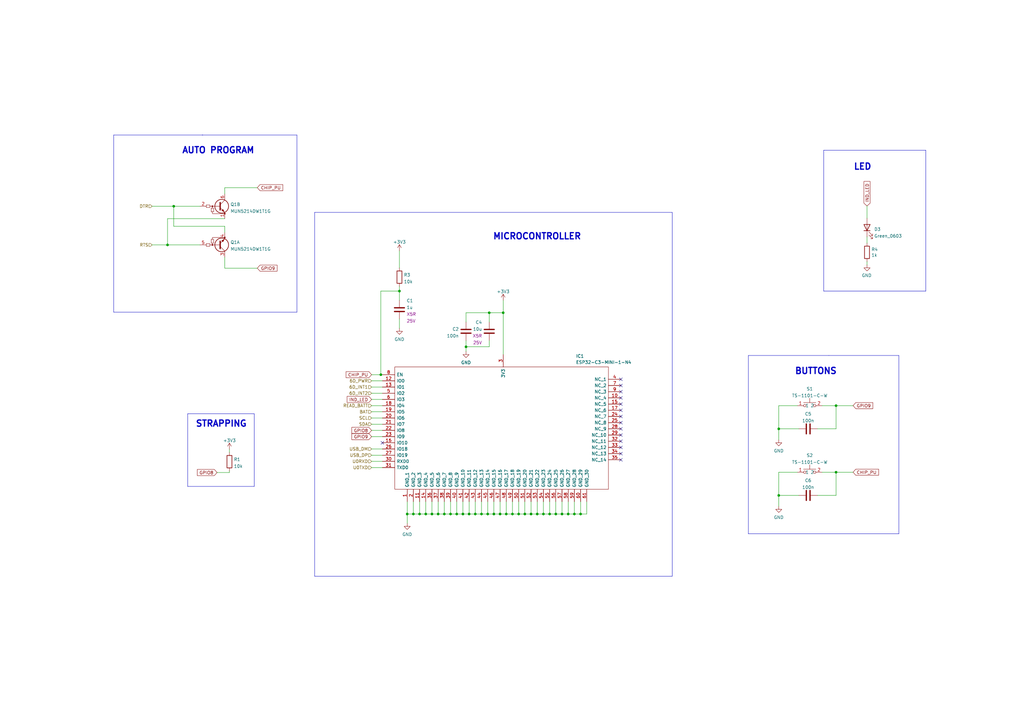
<source format=kicad_sch>
(kicad_sch (version 20230121) (generator eeschema)
  (paper "A3")
  (title_block (title "Tracer") (date "2023-01-08") (rev "G"))
  (lib_symbols
    (symbol "Button_JLC:TS-1101-C-W" (pin_names (offset 0.762))
      (property "Reference" "S" (at 19.05 7.62 0))
      (property "Value" "TS-1101-C-W" (at 19.05 5.08 0))
      (symbol "TS-1101-C-W_0_1"
        (polyline (pts (xy 8.89 3.175) (xy 8.89 4.953)))
        (polyline (pts (xy 11.43 3.175) (xy 6.35 3.175)))
        (circle (center 6.858 1.905) (radius 0.508))
        (circle (center 10.922 1.905) (radius 0.508))
        (pin passive line (at 3.81 1.905 0) (length 2.54) (name "1") (number "1"))
        (pin passive line (at 13.97 1.905 180) (length 2.54) (name "2") (number "2"))
      )
    )
    (symbol "Capacitor_JLC:100n" (pin_numbers hide) (pin_names (offset 0.254))
      (property "Reference" "C" (at 0.635 2.54 0))
      (property "Value" "100n" (at 0.635 -2.54 0))
      (symbol "100n_0_1"
        (polyline (pts (xy -2.032 -0.762) (xy 2.032 -0.762)) (stroke (width 0.508)))
        (polyline (pts (xy -2.032 0.762) (xy 2.032 0.762)) (stroke (width 0.508)))
      )
      (symbol "100n_1_1"
        (pin passive line (at 0 3.81 270) (length 2.794) (name "~") (number "1"))
        (pin passive line (at 0 -3.81 90) (length 2.794) (name "~") (number "2"))
      )
    )
    (symbol "Capacitor_JLC:10u" (pin_numbers hide) (pin_names (offset 0.254))
      (property "Reference" "C" (at 0.635 2.54 0))
      (property "Value" "10u" (at 0.635 -2.54 0))
      (property "Type" "X5R" (at 5.08 2.54 0))
      (property "Voltage" "25V" (at 5.08 0 0))
      (symbol "10u_0_1"
        (polyline (pts (xy -2.032 -0.762) (xy 2.032 -0.762)) (stroke (width 0.508)))
        (polyline (pts (xy -2.032 0.762) (xy 2.032 0.762)) (stroke (width 0.508)))
      )
      (symbol "10u_1_1"
        (pin passive line (at 0 3.81 270) (length 2.794) (name "~") (number "1"))
        (pin passive line (at 0 -3.81 90) (length 2.794) (name "~") (number "2"))
      )
    )
    (symbol "Capacitor_JLC:1u" (pin_numbers hide) (pin_names (offset 0.254))
      (property "Reference" "C" (at 0.635 2.54 0))
      (property "Value" "1u" (at 0.635 -2.54 0))
      (property "Type" "X5R" (at 5.08 2.54 0))
      (property "Voltage" "25V" (at 5.08 0 0))
      (symbol "1u_0_1"
        (polyline (pts (xy -2.032 -0.762) (xy 2.032 -0.762)) (stroke (width 0.508)))
        (polyline (pts (xy -2.032 0.762) (xy 2.032 0.762)) (stroke (width 0.508)))
      )
      (symbol "1u_1_1"
        (pin passive line (at 0 3.81 270) (length 2.794) (name "~") (number "1"))
        (pin passive line (at 0 -3.81 90) (length 2.794) (name "~") (number "2"))
      )
    )
    (symbol "Diode_JLC:Green_0603" (pin_numbers hide) (pin_names (offset 1.016) hide)
      (property "Reference" "D" (at 0 5.08 0))
      (property "Value" "Green_0603" (at 0 3.175 0))
      (symbol "Green_0603_0_1"
        (polyline (pts (xy -1.27 -1.27) (xy -1.27 1.27)) (stroke (width 0.254)))
        (polyline (pts (xy -1.27 0) (xy 1.27 0)))
        (polyline (pts (xy 1.27 -1.27) (xy 1.27 1.27) (xy -1.27 0) (xy 1.27 -1.27)) (stroke (width 0.254)))
        (polyline (pts (xy -3.048 -0.762) (xy -4.572 -2.286) (xy -3.81 -2.286) (xy -4.572 -2.286) (xy -4.572 -1.524)))
        (polyline (pts (xy -1.778 -0.762) (xy -3.302 -2.286) (xy -2.54 -2.286) (xy -3.302 -2.286) (xy -3.302 -1.524)))
      )
      (symbol "Green_0603_1_1"
        (pin passive line (at -3.81 0 0) (length 2.54) (name "K") (number "1"))
        (pin passive line (at 3.81 0 180) (length 2.54) (name "A") (number "2"))
      )
    )
    (symbol "MCU_JLC:ESP32-C3-MINI-1-N4" (pin_names (offset 0.762))
      (property "Reference" "IC" (at 29.21 7.62 0))
      (property "Value" "ESP32-C3-MINI-1-N4" (at 29.21 5.08 0))
      (symbol "ESP32-C3-MINI-1-N4_0_0"
        (pin passive line (at -72.39 -38.1 90) (length 5.08) (name "GND_1") (number "1"))
        (pin passive line (at 15.24 4.445 180) (length 5.08) (name "NC_4") (number "10"))
        (pin passive line (at -67.31 -38.1 90) (length 5.08) (name "GND_3") (number "11"))
        (pin passive line (at -82.55 11.43 0) (length 5.08) (name "IO0") (number "12"))
        (pin passive line (at -82.55 8.89 0) (length 5.08) (name "IO1") (number "13"))
        (pin passive line (at -64.77 -38.1 90) (length 5.08) (name "GND_4") (number "14"))
        (pin passive line (at 15.24 1.905 180) (length 5.08) (name "NC_5") (number "15"))
        (pin passive line (at -82.55 -13.97 0) (length 5.08) (name "IO10") (number "16"))
        (pin passive line (at 15.24 -0.635 180) (length 5.08) (name "NC_6") (number "17"))
        (pin passive line (at -82.55 1.27 0) (length 5.08) (name "IO4") (number "18"))
        (pin passive line (at -82.55 -1.27 0) (length 5.08) (name "IO5") (number "19"))
        (pin passive line (at -69.85 -38.1 90) (length 5.08) (name "GND_2") (number "2"))
        (pin passive line (at -82.55 -3.81 0) (length 5.08) (name "IO6") (number "20"))
        (pin passive line (at -82.55 -6.35 0) (length 5.08) (name "IO7") (number "21"))
        (pin passive line (at -82.55 -8.89 0) (length 5.08) (name "IO8") (number "22"))
        (pin passive line (at -82.55 -11.43 0) (length 5.08) (name "IO9") (number "23"))
        (pin passive line (at 15.24 -3.175 180) (length 5.08) (name "NC_7") (number "24"))
        (pin passive line (at 15.24 -5.715 180) (length 5.08) (name "NC_8") (number "25"))
        (pin passive line (at -82.55 -16.51 0) (length 5.08) (name "IO18") (number "26"))
        (pin passive line (at -82.55 -19.05 0) (length 5.08) (name "IO19") (number "27"))
        (pin passive line (at 15.24 -8.255 180) (length 5.08) (name "NC_9") (number "28"))
        (pin passive line (at 15.24 -10.795 180) (length 5.08) (name "NC_10") (number "29"))
        (pin passive line (at -33.02 22.225 270) (length 5.08) (name "3V3") (number "3"))
        (pin passive line (at -82.55 -21.59 0) (length 5.08) (name "RXD0") (number "30"))
        (pin passive line (at -82.55 -24.13 0) (length 5.08) (name "TXD0") (number "31"))
        (pin passive line (at 15.24 -13.335 180) (length 5.08) (name "NC_11") (number "32"))
        (pin passive line (at 15.24 -15.875 180) (length 5.08) (name "NC_12") (number "33"))
        (pin passive line (at 15.24 -18.415 180) (length 5.08) (name "NC_13") (number "34"))
        (pin passive line (at 15.24 -20.955 180) (length 5.08) (name "NC_14") (number "35"))
        (pin passive line (at -62.23 -38.1 90) (length 5.08) (name "GND_5") (number "36"))
        (pin passive line (at -59.69 -38.1 90) (length 5.08) (name "GND_6") (number "37"))
        (pin passive line (at -57.15 -38.1 90) (length 5.08) (name "GND_7") (number "38"))
        (pin passive line (at -54.61 -38.1 90) (length 5.08) (name "GND_8") (number "39"))
        (pin passive line (at 15.24 12.065 180) (length 5.08) (name "NC_1") (number "4"))
        (pin passive line (at -52.07 -38.1 90) (length 5.08) (name "GND_9") (number "40"))
        (pin passive line (at -49.53 -38.1 90) (length 5.08) (name "GND_10") (number "41"))
        (pin passive line (at -46.99 -38.1 90) (length 5.08) (name "GND_11") (number "42"))
        (pin passive line (at -44.45 -38.1 90) (length 5.08) (name "GND_12") (number "43"))
        (pin passive line (at -41.91 -38.1 90) (length 5.08) (name "GND_13") (number "44"))
        (pin passive line (at -39.37 -38.1 90) (length 5.08) (name "GND_14") (number "45"))
        (pin passive line (at -36.83 -38.1 90) (length 5.08) (name "GND_15") (number "46"))
        (pin passive line (at -34.29 -38.1 90) (length 5.08) (name "GND_16") (number "47"))
        (pin passive line (at -31.75 -38.1 90) (length 5.08) (name "GND_17") (number "48"))
        (pin passive line (at -29.21 -38.1 90) (length 5.08) (name "GND_18") (number "49"))
        (pin passive line (at -82.55 6.35 0) (length 5.08) (name "IO2") (number "5"))
        (pin passive line (at -26.67 -38.1 90) (length 5.08) (name "GND_19") (number "50"))
        (pin passive line (at -24.13 -38.1 90) (length 5.08) (name "GND_20") (number "51"))
        (pin passive line (at -21.59 -38.1 90) (length 5.08) (name "GND_21") (number "52"))
        (pin passive line (at -19.05 -38.1 90) (length 5.08) (name "GND_22") (number "53"))
        (pin passive line (at -16.51 -38.1 90) (length 5.08) (name "GND_23") (number "54"))
        (pin passive line (at -13.97 -38.1 90) (length 5.08) (name "GND_24") (number "55"))
        (pin passive line (at -11.43 -38.1 90) (length 5.08) (name "GND_25") (number "56"))
        (pin passive line (at -8.89 -38.1 90) (length 5.08) (name "GND_26") (number "57"))
        (pin passive line (at -6.35 -38.1 90) (length 5.08) (name "GND_27") (number "58"))
        (pin passive line (at -3.81 -38.1 90) (length 5.08) (name "GND_28") (number "59"))
        (pin passive line (at -82.55 3.81 0) (length 5.08) (name "IO3") (number "6"))
        (pin passive line (at -1.27 -38.1 90) (length 5.08) (name "GND_29") (number "60"))
        (pin passive line (at 1.27 -38.1 90) (length 5.08) (name "GND_30") (number "61"))
        (pin passive line (at 15.24 9.525 180) (length 5.08) (name "NC_2") (number "7"))
        (pin passive line (at -82.55 13.97 0) (length 5.08) (name "EN") (number "8"))
        (pin passive line (at 15.24 6.985 180) (length 5.08) (name "NC_3") (number "9"))
      )
      (symbol "ESP32-C3-MINI-1-N4_0_1"
        (polyline (pts (xy -77.47 17.145) (xy 10.16 17.145) (xy 10.16 -33.02) (xy -77.47 -33.02) (xy -77.47 17.145)) (stroke (width 0.1524)))
      )
    )
    (symbol "Resistor_JLC:10k" (pin_numbers hide) (pin_names (offset 0))
      (property "Reference" "R" (at 2.032 0 90))
      (property "Value" "10k" (at 0 0 90))
      (symbol "10k_0_1"
        (rectangle (start -1.016 -2.54) (end 1.016 2.54) (stroke (width 0.254)))
      )
      (symbol "10k_1_1"
        (pin passive line (at 0 3.81 270) (length 1.27) (name "~") (number "1"))
        (pin passive line (at 0 -3.81 90) (length 1.27) (name "~") (number "2"))
      )
    )
    (symbol "Resistor_JLC:1k" (pin_numbers hide) (pin_names (offset 0))
      (property "Reference" "R" (at 2.032 0 90))
      (property "Value" "1k" (at 0 0 90))
      (symbol "1k_0_1"
        (rectangle (start -1.016 -2.54) (end 1.016 2.54) (stroke (width 0.254)))
      )
      (symbol "1k_1_1"
        (pin passive line (at 0 3.81 270) (length 1.27) (name "~") (number "1"))
        (pin passive line (at 0 -3.81 90) (length 1.27) (name "~") (number "2"))
      )
    )
    (symbol "Transistor_JLC:MUN5214DW1T1G" (pin_names hide)
      (property "Reference" "Q" (at 3.81 1.27 0))
      (property "Value" "MUN5214DW1T1G" (at 3.81 -1.27 0))
      (symbol "MUN5214DW1T1G_0_1"
        (rectangle (start -6.35 0.508) (end -4.826 -0.508))
        (rectangle (start -4.318 -2.286) (end -3.302 -0.762))
        (circle (center -3.81 0) (radius 0.254) (fill (type outline)))
        (polyline (pts (xy -3.81 -0.762) (xy -3.81 0)))
        (polyline (pts (xy -0.762 0) (xy -4.826 0)))
        (polyline (pts (xy -0.635 1.524) (xy -0.635 -1.524)) (stroke (width 0.508)))
        (polyline (pts (xy -3.81 -2.286) (xy -3.81 -3.048) (xy 1.27 -3.048)))
        (circle (center 1.27 -3.048) (radius 0.254) (fill (type outline)))
      )
      (symbol "MUN5214DW1T1G_1_1"
        (polyline (pts (xy -0.635 0.635) (xy 1.27 2.54)))
        (polyline (pts (xy -0.635 -0.635) (xy 1.27 -2.54) (xy 1.27 -2.54)))
        (polyline (pts (xy 0 -1.778) (xy 0.508 -1.27) (xy 1.016 -2.286) (xy 0 -1.778) (xy 0 -1.778)) (fill (type outline)))
        (circle (center 0 0) (radius 2.8194) (stroke (width 0.254)))
        (pin passive line (at 1.27 5.08 270) (length 2.54) (name "C1") (number "3"))
        (pin passive line (at 1.27 -5.08 90) (length 2.54) (name "E1") (number "4"))
        (pin input line (at -8.89 0 0) (length 2.54) (name "B1") (number "5"))
      )
      (symbol "MUN5214DW1T1G_2_1"
        (polyline (pts (xy -0.635 0.635) (xy 1.27 2.54)))
        (polyline (pts (xy -0.635 -0.635) (xy 1.27 -2.54) (xy 1.27 -2.54)))
        (polyline (pts (xy 0 -1.778) (xy 0.508 -1.27) (xy 1.016 -2.286) (xy 0 -1.778) (xy 0 -1.778)) (fill (type outline)))
        (circle (center 0 0) (radius 2.8194) (stroke (width 0.254)))
        (pin passive line (at 1.27 -5.08 90) (length 2.54) (name "E2") (number "1"))
        (pin input line (at -8.89 0 0) (length 2.54) (name "B2") (number "2"))
        (pin passive line (at 1.27 5.08 270) (length 2.54) (name "C2") (number "6"))
      )
    )
    (symbol "power:+3V3" (power) (pin_names (offset 0))
      (property "Value" "+3V3" (at 0 3.556 0))
      (symbol "+3V3_0_1"
        (polyline (pts (xy -0.762 1.27) (xy 0 2.54)))
        (polyline (pts (xy 0 0) (xy 0 2.54)))
        (polyline (pts (xy 0 2.54) (xy 0.762 1.27)))
      )
      (symbol "+3V3_1_1"
        (pin power_in line (at 0 0 90) (length 0) hide (name "+3V3") (number "1"))
      )
    )
    (symbol "power:GND" (power) (pin_names (offset 0))
      (property "Value" "GND" (at 0 -3.81 0))
      (symbol "GND_0_1"
        (polyline (pts (xy 0 0) (xy 0 -1.27) (xy 1.27 -1.27) (xy 0 -2.54) (xy -1.27 -1.27) (xy 0 -1.27)))
      )
      (symbol "GND_1_1"
        (pin power_in line (at 0 0 270) (length 0) hide (name "GND") (number "1"))
      )
    )
  )
  (junction (at 227.965 210.82))
  (junction (at 202.565 210.82))
  (junction (at 156.21 153.67))
  (junction (at 194.945 210.82))
  (junction (at 192.405 210.82))
  (junction (at 189.865 210.82))
  (junction (at 68.707 100.457))
  (junction (at 222.885 210.82))
  (junction (at 235.585 210.82))
  (junction (at 238.125 210.82))
  (junction (at 184.785 210.82))
  (junction (at 217.805 210.82))
  (junction (at 191.135 142.24))
  (junction (at 233.045 210.82))
  (junction (at 319.405 175.895))
  (junction (at 179.705 210.82))
  (junction (at 172.085 210.82))
  (junction (at 174.625 210.82))
  (junction (at 230.505 210.82))
  (junction (at 197.485 210.82))
  (junction (at 205.105 210.82))
  (junction (at 225.425 210.82))
  (junction (at 220.345 210.82))
  (junction (at 342.9 166.37))
  (junction (at 169.545 210.82))
  (junction (at 212.725 210.82))
  (junction (at 163.83 119.38))
  (junction (at 200.025 210.82))
  (junction (at 206.375 128.27))
  (junction (at 182.245 210.82))
  (junction (at 215.265 210.82))
  (junction (at 71.247 84.582))
  (junction (at 200.66 128.27))
  (junction (at 210.185 210.82))
  (junction (at 342.9 193.675))
  (junction (at 167.005 210.82))
  (junction (at 207.645 210.82))
  (junction (at 177.165 210.82))
  (junction (at 319.405 203.2))
  (junction (at 187.325 210.82))
  (no_connect (at 254.635 186.055))
  (no_connect (at 254.635 188.595))
  (no_connect (at 254.635 158.115))
  (no_connect (at 254.635 160.655))
  (no_connect (at 254.635 163.195))
  (no_connect (at 254.635 165.735))
  (no_connect (at 254.635 178.435))
  (no_connect (at 254.635 170.815))
  (no_connect (at 254.635 183.515))
  (no_connect (at 254.635 175.895))
  (no_connect (at 254.635 173.355))
  (no_connect (at 254.635 180.975))
  (no_connect (at 156.845 181.61))
  (no_connect (at 254.635 168.275))
  (no_connect (at 254.635 155.575))
  (wire (pts (xy 62.357 84.582) (xy 71.247 84.582)))
  (wire (pts (xy 174.625 205.74) (xy 174.625 210.82)))
  (wire (pts (xy 355.6 107.315) (xy 355.6 108.585)))
  (wire (pts (xy 191.135 128.27) (xy 200.66 128.27)))
  (wire (pts (xy 184.785 205.74) (xy 184.785 210.82)))
  (wire (pts (xy 94.107 184.277) (xy 94.107 185.547)))
  (polyline (pts (xy 379.73 119.38) (xy 337.82 119.38)))
  (wire (pts (xy 342.9 166.37) (xy 349.885 166.37)))
  (wire (pts (xy 177.165 210.82) (xy 179.705 210.82)))
  (wire (pts (xy 163.83 130.81) (xy 163.83 134.62)))
  (wire (pts (xy 182.245 205.74) (xy 182.245 210.82)))
  (wire (pts (xy 152.4 168.91) (xy 156.845 168.91)))
  (wire (pts (xy 169.545 210.82) (xy 172.085 210.82)))
  (wire (pts (xy 227.965 205.74) (xy 227.965 210.82)))
  (polyline (pts (xy 337.82 119.38) (xy 337.82 61.595)))
  (wire (pts (xy 319.405 175.895) (xy 319.405 180.34)))
  (polyline (pts (xy 46.609 55.372) (xy 83.185 55.372)))
  (wire (pts (xy 230.505 205.74) (xy 230.505 210.82)))
  (wire (pts (xy 169.545 205.74) (xy 169.545 210.82)))
  (wire (pts (xy 327.025 166.37) (xy 319.405 166.37)))
  (wire (pts (xy 152.4 186.69) (xy 156.845 186.69)))
  (wire (pts (xy 179.705 210.82) (xy 182.245 210.82)))
  (wire (pts (xy 238.125 210.82) (xy 240.665 210.82)))
  (wire (pts (xy 177.165 205.74) (xy 177.165 210.82)))
  (polyline (pts (xy 76.962 169.672) (xy 104.267 169.672)))
  (wire (pts (xy 182.245 210.82) (xy 184.785 210.82)))
  (wire (pts (xy 192.405 210.82) (xy 194.945 210.82)))
  (polyline (pts (xy 275.717 87.122) (xy 275.717 236.347)))
  (wire (pts (xy 207.645 210.82) (xy 210.185 210.82)))
  (wire (pts (xy 92.202 76.962) (xy 105.537 76.962)))
  (wire (pts (xy 187.325 205.74) (xy 187.325 210.82)))
  (wire (pts (xy 235.585 205.74) (xy 235.585 210.82)))
  (wire (pts (xy 215.265 210.82) (xy 217.805 210.82)))
  (wire (pts (xy 192.405 205.74) (xy 192.405 210.82)))
  (wire (pts (xy 92.202 89.662) (xy 68.707 89.662)))
  (polyline (pts (xy 368.681 145.796) (xy 368.681 218.948)))
  (wire (pts (xy 319.405 203.2) (xy 327.66 203.2)))
  (wire (pts (xy 225.425 210.82) (xy 227.965 210.82)))
  (wire (pts (xy 220.345 210.82) (xy 222.885 210.82)))
  (polyline (pts (xy 339.979 145.796) (xy 368.681 145.796)))
  (wire (pts (xy 200.025 205.74) (xy 200.025 210.82)))
  (polyline (pts (xy 306.959 145.796) (xy 339.979 145.796)))
  (wire (pts (xy 152.4 163.83) (xy 156.845 163.83)))
  (wire (pts (xy 200.66 128.27) (xy 206.375 128.27)))
  (wire (pts (xy 337.185 193.675) (xy 342.9 193.675)))
  (wire (pts (xy 191.135 139.7) (xy 191.135 142.24)))
  (polyline (pts (xy 129.032 87.122) (xy 275.717 87.122)))
  (polyline (pts (xy 76.962 199.517) (xy 76.962 169.672)))
  (wire (pts (xy 206.375 128.27) (xy 206.375 145.415)))
  (polyline (pts (xy 379.73 61.595) (xy 379.73 119.38)))
  (wire (pts (xy 240.665 205.74) (xy 240.665 210.82)))
  (wire (pts (xy 319.405 193.675) (xy 319.405 203.2)))
  (wire (pts (xy 152.4 191.77) (xy 156.845 191.77)))
  (wire (pts (xy 179.705 205.74) (xy 179.705 210.82)))
  (wire (pts (xy 68.707 89.662) (xy 68.707 100.457)))
  (polyline (pts (xy 121.793 128.016) (xy 46.609 128.016)))
  (wire (pts (xy 210.185 205.74) (xy 210.185 210.82)))
  (wire (pts (xy 169.545 210.82) (xy 167.005 210.82)))
  (wire (pts (xy 167.005 210.82) (xy 167.005 205.74)))
  (wire (pts (xy 62.357 100.457) (xy 68.707 100.457)))
  (polyline (pts (xy 104.267 199.517) (xy 76.962 199.517)))
  (wire (pts (xy 355.6 84.455) (xy 355.6 89.535)))
  (wire (pts (xy 94.107 193.802) (xy 94.107 193.167)))
  (polyline (pts (xy 129.032 236.347) (xy 129.032 87.122)))
  (wire (pts (xy 319.405 175.895) (xy 327.66 175.895)))
  (wire (pts (xy 163.83 117.475) (xy 163.83 119.38)))
  (polyline (pts (xy 337.82 61.595) (xy 379.73 61.595)))
  (wire (pts (xy 172.085 210.82) (xy 174.625 210.82)))
  (wire (pts (xy 233.045 210.82) (xy 235.585 210.82)))
  (wire (pts (xy 220.345 205.74) (xy 220.345 210.82)))
  (wire (pts (xy 200.025 210.82) (xy 202.565 210.82)))
  (wire (pts (xy 337.185 166.37) (xy 342.9 166.37)))
  (wire (pts (xy 194.945 210.82) (xy 197.485 210.82)))
  (wire (pts (xy 217.805 210.82) (xy 220.345 210.82)))
  (wire (pts (xy 152.4 184.15) (xy 156.845 184.15)))
  (wire (pts (xy 152.4 171.45) (xy 156.845 171.45)))
  (wire (pts (xy 191.135 144.145) (xy 191.135 142.24)))
  (wire (pts (xy 189.865 205.74) (xy 189.865 210.82)))
  (wire (pts (xy 342.9 193.675) (xy 342.9 203.2)))
  (wire (pts (xy 174.625 210.82) (xy 177.165 210.82)))
  (wire (pts (xy 230.505 210.82) (xy 233.045 210.82)))
  (polyline (pts (xy 368.681 218.948) (xy 306.959 218.948)))
  (wire (pts (xy 156.21 119.38) (xy 156.21 153.67)))
  (wire (pts (xy 205.105 210.82) (xy 207.645 210.82)))
  (wire (pts (xy 189.865 210.82) (xy 192.405 210.82)))
  (wire (pts (xy 163.83 119.38) (xy 156.21 119.38)))
  (wire (pts (xy 71.247 84.582) (xy 82.042 84.582)))
  (wire (pts (xy 92.202 92.837) (xy 92.202 95.377)))
  (wire (pts (xy 152.4 173.99) (xy 156.845 173.99)))
  (wire (pts (xy 152.4 153.67) (xy 156.21 153.67)))
  (wire (pts (xy 156.21 153.67) (xy 156.845 153.67)))
  (wire (pts (xy 71.247 92.837) (xy 71.247 84.582)))
  (wire (pts (xy 319.405 166.37) (xy 319.405 175.895)))
  (wire (pts (xy 187.325 210.82) (xy 189.865 210.82)))
  (wire (pts (xy 342.9 166.37) (xy 342.9 175.895)))
  (wire (pts (xy 342.9 193.675) (xy 349.885 193.675)))
  (wire (pts (xy 163.83 102.87) (xy 163.83 109.855)))
  (wire (pts (xy 92.202 109.982) (xy 92.202 105.537)))
  (wire (pts (xy 225.425 205.74) (xy 225.425 210.82)))
  (wire (pts (xy 355.6 97.155) (xy 355.6 99.695)))
  (wire (pts (xy 197.485 205.74) (xy 197.485 210.82)))
  (wire (pts (xy 152.4 156.21) (xy 156.845 156.21)))
  (wire (pts (xy 152.4 161.29) (xy 156.845 161.29)))
  (wire (pts (xy 205.105 205.74) (xy 205.105 210.82)))
  (wire (pts (xy 202.565 210.82) (xy 205.105 210.82)))
  (wire (pts (xy 238.125 205.74) (xy 238.125 210.82)))
  (wire (pts (xy 152.4 166.37) (xy 156.845 166.37)))
  (wire (pts (xy 212.725 205.74) (xy 212.725 210.82)))
  (wire (pts (xy 319.405 203.2) (xy 319.405 207.645)))
  (wire (pts (xy 342.9 203.2) (xy 335.28 203.2)))
  (wire (pts (xy 222.885 210.82) (xy 225.425 210.82)))
  (wire (pts (xy 152.4 189.23) (xy 156.845 189.23)))
  (polyline (pts (xy 82.931 55.372) (xy 121.793 55.372)))
  (wire (pts (xy 191.135 142.24) (xy 200.66 142.24)))
  (wire (pts (xy 222.885 205.74) (xy 222.885 210.82)))
  (wire (pts (xy 89.027 193.802) (xy 94.107 193.802)))
  (wire (pts (xy 233.045 205.74) (xy 233.045 210.82)))
  (wire (pts (xy 227.965 210.82) (xy 230.505 210.82)))
  (polyline (pts (xy 275.717 236.347) (xy 129.032 236.347)))
  (polyline (pts (xy 46.609 128.016) (xy 46.609 55.372)))
  (polyline (pts (xy 104.267 169.672) (xy 104.267 199.517)))
  (wire (pts (xy 210.185 210.82) (xy 212.725 210.82)))
  (wire (pts (xy 212.725 210.82) (xy 215.265 210.82)))
  (wire (pts (xy 92.202 79.502) (xy 92.202 76.962)))
  (wire (pts (xy 163.83 119.38) (xy 163.83 123.19)))
  (wire (pts (xy 92.202 109.982) (xy 105.537 109.982)))
  (wire (pts (xy 92.202 92.837) (xy 71.247 92.837)))
  (polyline (pts (xy 306.959 218.948) (xy 306.959 145.796)))
  (wire (pts (xy 200.66 132.08) (xy 200.66 128.27)))
  (wire (pts (xy 68.707 100.457) (xy 82.042 100.457)))
  (wire (pts (xy 172.085 205.74) (xy 172.085 210.82)))
  (wire (pts (xy 152.4 179.07) (xy 156.845 179.07)))
  (wire (pts (xy 235.585 210.82) (xy 238.125 210.82)))
  (wire (pts (xy 191.135 132.08) (xy 191.135 128.27)))
  (wire (pts (xy 207.645 205.74) (xy 207.645 210.82)))
  (wire (pts (xy 197.485 210.82) (xy 200.025 210.82)))
  (wire (pts (xy 206.375 123.19) (xy 206.375 128.27)))
  (wire (pts (xy 342.9 175.895) (xy 335.28 175.895)))
  (wire (pts (xy 194.945 205.74) (xy 194.945 210.82)))
  (wire (pts (xy 217.805 205.74) (xy 217.805 210.82)))
  (wire (pts (xy 215.265 205.74) (xy 215.265 210.82)))
  (polyline (pts (xy 121.793 55.372) (xy 121.793 128.016)))
  (wire (pts (xy 202.565 205.74) (xy 202.565 210.82)))
  (wire (pts (xy 152.4 158.75) (xy 156.845 158.75)))
  (wire (pts (xy 152.4 176.53) (xy 156.845 176.53)))
  (wire (pts (xy 327.025 193.675) (xy 319.405 193.675)))
  (wire (pts (xy 200.66 139.7) (xy 200.66 142.24)))
  (wire (pts (xy 167.005 210.82) (xy 167.005 214.63)))
  (wire (pts (xy 184.785 210.82) (xy 187.325 210.82)))
  (text "MICROCONTROLLER" (at 202.057 98.552 0) (effects (font (size 2.54 2.54) (thickness 0.508) bold) (justify left bottom)))
  (text "LED" (at 350.012 69.977 0) (effects (font (size 2.54 2.54) (thickness 0.508) bold) (justify left bottom)))
  (text "AUTO PROGRAM" (at 74.549 63.246 0) (effects (font (size 2.54 2.54) (thickness 0.508) bold) (justify left bottom)))
  (text "BUTTONS" (at 325.882 153.797 0) (effects (font (size 2.54 2.54) (thickness 0.508) bold) (justify left bottom)))
  (text "STRAPPING" (at 80.137 175.387 0) (effects (font (size 2.54 2.54) (thickness 0.508) bold) (justify left bottom)))
  (global_label "IND_LED" (shape input) (at 152.4 163.83 180) (property "Intersheetrefs" "${INTERSHEET_REFS}" (effects hide)))
  (global_label "CHIP_PU" (shape input) (at 152.4 153.67 180) (property "Intersheetrefs" "${INTERSHEET_REFS}" (effects hide)))
  (global_label "IND_LED" (shape input) (at 355.6 84.455 90) (property "Intersheetrefs" "${INTERSHEET_REFS}" (effects hide)))
  (global_label "GPIO9" (shape input) (at 105.537 109.982 0) (property "Intersheetrefs" "${INTERSHEET_REFS}" (effects hide)))
  (global_label "GPIO9" (shape input) (at 152.4 179.07 180) (property "Intersheetrefs" "${INTERSHEET_REFS}" (effects hide)))
  (global_label "GPIO8" (shape input) (at 152.4 176.53 180) (property "Intersheetrefs" "${INTERSHEET_REFS}" (effects hide)))
  (global_label "GPIO8" (shape input) (at 89.027 193.802 180) (property "Intersheetrefs" "${INTERSHEET_REFS}" (effects hide)))
  (global_label "CHIP_PU" (shape input) (at 105.537 76.962 0) (property "Intersheetrefs" "${INTERSHEET_REFS}" (effects hide)))
  (global_label "GPIO9" (shape input) (at 349.885 166.37 0) (property "Intersheetrefs" "${INTERSHEET_REFS}" (effects hide)))
  (global_label "CHIP_PU" (shape input) (at 349.885 193.675 0) (property "Intersheetrefs" "${INTERSHEET_REFS}" (effects hide)))
  (hierarchical_label "U0TXD" (shape input) (at 152.4 191.77 180))
  (hierarchical_label "DTR" (shape input) (at 62.357 84.582 180))
  (hierarchical_label "RTS" (shape input) (at 62.357 100.457 180))
  (hierarchical_label "USB_DP" (shape input) (at 152.4 186.69 180))
  (hierarchical_label "BAT" (shape input) (at 152.4 168.91 180))
  (hierarchical_label "6D_INT2" (shape input) (at 152.4 161.29 180))
  (hierarchical_label "SDA" (shape input) (at 152.4 173.99 180))
  (hierarchical_label "6D_INT1" (shape input) (at 152.4 158.75 180))
  (hierarchical_label "6D_PWR" (shape input) (at 152.4 156.21 180))
  (hierarchical_label "SCL" (shape input) (at 152.4 171.45 180))
  (hierarchical_label "U0RXD" (shape input) (at 152.4 189.23 180))
  (hierarchical_label "READ_BATT" (shape input) (at 152.4 166.37 180))
  (hierarchical_label "USB_DM" (shape input) (at 152.4 184.15 180))
  (symbol (lib_id "Capacitor_JLC:10u") (at 200.66 135.89 0) (mirror y) (unit 1)
    (property "Reference" "C4" (at 197.739 132.2064 0) (effects (justify left)))
    (property "Value" "10u" (at 197.739 134.9815 0) (effects (justify left)))
    (property "Footprint" "Capacitor_SMD:C_0805_2012Metric" (effects hide))
    (property "Type" "X5R" (at 197.739 137.7566 0) (effects (justify left)))
    (property "LCSC" "C15850" (effects hide))
    (property "Voltage" "25V" (at 197.739 140.5317 0) (effects (justify left)))
  )
  (symbol (lib_id "MCU_JLC:ESP32-C3-MINI-1-N4") (at 239.395 167.64 0) (unit 1)
    (property "Reference" "IC1" (at 236.22 146.05 0) (effects (justify left)))
    (property "Value" "ESP32-C3-MINI-1-N4" (at 236.22 148.59 0) (effects (justify left)))
    (property "Footprint" "ESP32C3MINI1N4" (effects hide))
    (property "Datasheet" "https://www.mouser.com/datasheet/2/891/Espressif_ESP32_C3_MINI_1_Datasheet-2006822.pdf" (effects hide))
    (property "Description" "SMD MODULE, ESP32-C3FN4, PCB ANT" (effects hide))
    (property "Height" "2.55" (effects hide))
    (property "Manufacturer_Name" "Espressif Systems" (effects hide))
    (property "Manufacturer_Part_Number" "ESP32-C3-MINI-1-N4" (effects hide))
    (property "Mouser Part Number" "356-ESP32-C3-MINI1N4" (effects hide))
    (property "Mouser Price/Stock" "https://www.mouser.co.uk/ProductDetail/Espressif-Systems/ESP32-C3-MINI-1-N4?qs=stqOd1AaK7%252B%2FpH3qqyGehA%3D%3D" (effects hide))
    (property "LCSC" "C2838502" (effects hide))
  )
  (symbol (lib_id "Capacitor_JLC:100n") (at 191.135 135.89 0) (mirror y) (unit 1)
    (property "Reference" "C2" (at 188.214 134.9815 0) (effects (justify left)))
    (property "Value" "100n" (at 188.214 137.7566 0) (effects (justify left)))
    (property "Footprint" "Capacitor_SMD:C_0402_1005Metric" (effects hide))
    (property "Type" "X7R" (effects hide))
    (property "LCSC" "C307331" (effects hide))
  )
  (symbol (lib_id "Resistor_JLC:10k") (at 163.83 113.665 0) (unit 1)
    (property "Reference" "R3" (at 165.608 112.7565 0) (effects (justify left)))
    (property "Value" "10k" (at 165.608 115.5316 0) (effects (justify left)))
    (property "Footprint" "Resistor_SMD:R_0402_1005Metric" (effects hide))
    (property "LCSC" "C25744" (effects hide))
  )
  (symbol (lib_id "Transistor_JLC:MUN5214DW1T1G") (at 90.932 84.582 0) (unit 2)
    (property "Reference" "Q1" (at 94.5134 83.8513 0) (effects (justify left)))
    (property "Value" "MUN5214DW1T1G" (at 94.5134 86.6264 0) (effects (justify left)))
    (property "Footprint" "Package_TO_SOT_SMD:SOT-363_SC-70-6" (effects hide))
    (property "Datasheet" "http://www.onsemi.com/pub/Collateral/DTC114ED-D.PDF" (effects hide))
    (property "LCSC" "C94403" (effects hide))
  )
  (symbol (lib_id "power:GND") (at 319.405 180.34 0) (unit 1)
    (property "Reference" "#PWR0108" (effects hide))
    (property "Value" "GND" (at 319.405 184.9025 0))
  )
  (symbol (lib_id "Capacitor_JLC:100n") (at 331.47 203.2 90) (unit 1)
    (property "Reference" "C6" (at 331.47 197.0745 90))
    (property "Value" "100n" (at 331.47 199.8496 90))
    (property "Footprint" "Capacitor_SMD:C_0402_1005Metric" (effects hide))
    (property "Type" "X7R" (effects hide))
    (property "LCSC" "C307331" (effects hide))
  )
  (symbol (lib_id "power:+3V3") (at 206.375 123.19 0) (mirror y) (unit 1)
    (property "Reference" "#PWR0107" (effects hide))
    (property "Value" "+3V3" (at 206.375 119.5855 0))
  )
  (symbol (lib_id "power:GND") (at 167.005 214.63 0) (unit 1)
    (property "Reference" "#PWR0105" (effects hide))
    (property "Value" "GND" (at 167.005 219.1925 0))
  )
  (symbol (lib_id "Resistor_JLC:1k") (at 355.6 103.505 0) (unit 1)
    (property "Reference" "R4" (at 357.378 102.3366 0) (effects (justify left)))
    (property "Value" "1k" (at 357.378 104.648 0) (effects (justify left)))
    (property "Footprint" "Resistor_SMD:R_0402_1005Metric" (effects hide))
    (property "LCSC" "C11702" (effects hide))
  )
  (symbol (lib_id "power:GND") (at 355.6 108.585 0) (mirror y) (unit 1)
    (property "Reference" "#PWR0110" (effects hide))
    (property "Value" "GND" (at 355.473 112.9792 0))
  )
  (symbol (lib_id "Button_JLC:TS-1101-C-W") (at 323.215 168.275 0) (unit 1)
    (property "Reference" "S1" (at 332.105 159.4825 0))
    (property "Value" "TS-1101-C-W" (at 332.105 162.2576 0))
    (property "Footprint" "TS1101CW" (effects hide))
    (property "Datasheet" "http://www.helloxkb.com/public/images/pdf/TS-1101-C-W-.pdf" (effects hide))
    (property "Description" "Tactile Switches SPST 6.00mm x 3.60mm 0.60mm 50mA @ 12VDC SMD RoHS" (effects hide))
    (property "Height" "2.6" (effects hide))
    (property "Manufacturer_Name" "XKB Connectivity" (effects hide))
    (property "Manufacturer_Part_Number" "TS-1101-C-W" (effects hide))
    (property "LCSC" "C318938" (effects hide))
  )
  (symbol (lib_id "power:+3V3") (at 163.83 102.87 0) (mirror y) (unit 1)
    (property "Reference" "#PWR0103" (effects hide))
    (property "Value" "+3V3" (at 163.83 99.2655 0))
  )
  (symbol (lib_id "power:GND") (at 319.405 207.645 0) (unit 1)
    (property "Reference" "#PWR0109" (effects hide))
    (property "Value" "GND" (at 319.405 212.2075 0))
  )
  (symbol (lib_id "Transistor_JLC:MUN5214DW1T1G") (at 90.932 100.457 0) (mirror x) (unit 1)
    (property "Reference" "Q1" (at 94.5134 99.3707 0) (effects (justify left)))
    (property "Value" "MUN5214DW1T1G" (at 94.5134 102.1458 0) (effects (justify left)))
    (property "Footprint" "Package_TO_SOT_SMD:SOT-363_SC-70-6" (effects hide))
    (property "Datasheet" "http://www.onsemi.com/pub/Collateral/DTC114ED-D.PDF" (effects hide))
    (property "LCSC" "C94403" (effects hide))
  )
  (symbol (lib_id "Capacitor_JLC:100n") (at 331.47 175.895 90) (unit 1)
    (property "Reference" "C5" (at 331.47 169.7695 90))
    (property "Value" "100n" (at 331.47 172.5446 90))
    (property "Footprint" "Capacitor_SMD:C_0402_1005Metric" (effects hide))
    (property "Type" "X7R" (effects hide))
    (property "LCSC" "C307331" (effects hide))
  )
  (symbol (lib_id "power:GND") (at 191.135 144.145 0) (unit 1)
    (property "Reference" "#PWR0104" (effects hide))
    (property "Value" "GND" (at 191.135 148.7075 0))
  )
  (symbol (lib_id "power:GND") (at 163.83 134.62 0) (unit 1)
    (property "Reference" "#PWR0106" (effects hide))
    (property "Value" "GND" (at 163.83 139.1825 0))
  )
  (symbol (lib_id "Capacitor_JLC:1u") (at 163.83 127 0) (unit 1)
    (property "Reference" "C1" (at 166.751 123.3164 0) (effects (justify left)))
    (property "Value" "1u" (at 166.751 126.0915 0) (effects (justify left)))
    (property "Footprint" "Capacitor_SMD:C_0402_1005Metric" (effects hide))
    (property "Type" "X5R" (at 166.751 128.8666 0) (effects (justify left)))
    (property "LCSC" "C52923" (effects hide))
    (property "Voltage" "25V" (at 166.751 131.6417 0) (effects (justify left)))
  )
  (symbol (lib_id "Diode_JLC:Green_0603") (at 355.6 93.345 90) (unit 1)
    (property "Reference" "D3" (at 358.521 94.024 90) (effects (justify right)))
    (property "Value" "Green_0603" (at 358.521 96.7991 90) (effects (justify right)))
    (property "Footprint" "LED_SMD:LED_0603_1608Metric" (effects hide))
    (property "Datasheet" "https://datasheet.lcsc.com/lcsc/1811101510_Everlight-Elec-19-217-GHC-YR1S2-3T_C72043.pdf" (effects hide))
    (property "LCSC" "C72043" (effects hide))
  )
  (symbol (lib_id "Button_JLC:TS-1101-C-W") (at 323.215 195.58 0) (unit 1)
    (property "Reference" "S2" (at 332.105 186.7875 0))
    (property "Value" "TS-1101-C-W" (at 332.105 189.5626 0))
    (property "Footprint" "TS1101CW" (effects hide))
    (property "Datasheet" "http://www.helloxkb.com/public/images/pdf/TS-1101-C-W-.pdf" (effects hide))
    (property "Description" "Tactile Switches SPST 6.00mm x 3.60mm 0.60mm 50mA @ 12VDC SMD RoHS" (effects hide))
    (property "Height" "2.6" (effects hide))
    (property "Manufacturer_Name" "XKB Connectivity" (effects hide))
    (property "Manufacturer_Part_Number" "TS-1101-C-W" (effects hide))
    (property "LCSC" "C318938" (effects hide))
  )
  (symbol (lib_id "Resistor_JLC:10k") (at 94.107 189.357 0) (unit 1)
    (property "Reference" "R1" (at 95.885 188.4485 0) (effects (justify left)))
    (property "Value" "10k" (at 95.885 191.2236 0) (effects (justify left)))
    (property "Footprint" "Resistor_SMD:R_0402_1005Metric" (effects hide))
    (property "LCSC" "C25744" (effects hide))
  )
  (symbol (lib_id "power:+3V3") (at 94.107 184.277 0) (unit 1)
    (property "Reference" "#PWR0102" (effects hide))
    (property "Value" "+3V3" (at 94.107 180.6725 0))
  )
)
</source>
